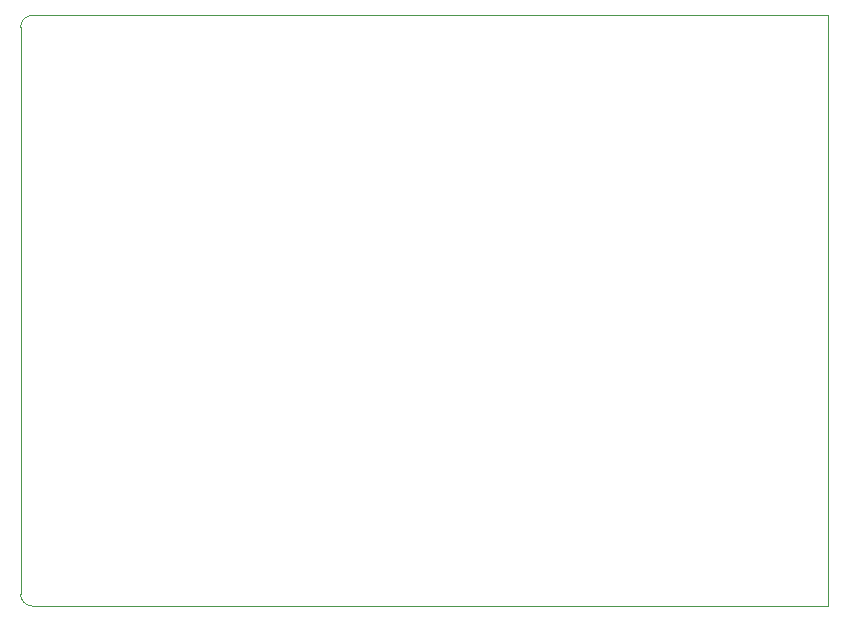
<source format=gm1>
G04 #@! TF.GenerationSoftware,KiCad,Pcbnew,5.1.5+dfsg1-2build2*
G04 #@! TF.CreationDate,2021-04-30T22:25:39+02:00*
G04 #@! TF.ProjectId,OtterStep,4f747465-7253-4746-9570-2e6b69636164,rev?*
G04 #@! TF.SameCoordinates,Original*
G04 #@! TF.FileFunction,Profile,NP*
%FSLAX46Y46*%
G04 Gerber Fmt 4.6, Leading zero omitted, Abs format (unit mm)*
G04 Created by KiCad (PCBNEW 5.1.5+dfsg1-2build2) date 2021-04-30 22:25:39*
%MOMM*%
%LPD*%
G04 APERTURE LIST*
%ADD10C,0.050000*%
G04 APERTURE END LIST*
D10*
X51000000Y-100000000D02*
G75*
G02X50000000Y-99000000I0J1000000D01*
G01*
X50000000Y-51000000D02*
G75*
G02X51000000Y-50000000I1000000J0D01*
G01*
X118400000Y-50000000D02*
X51000000Y-50000000D01*
X118400000Y-100000000D02*
X118400000Y-50000000D01*
X51000000Y-100000000D02*
X118400000Y-100000000D01*
X50000000Y-51000000D02*
X50000000Y-99000000D01*
M02*

</source>
